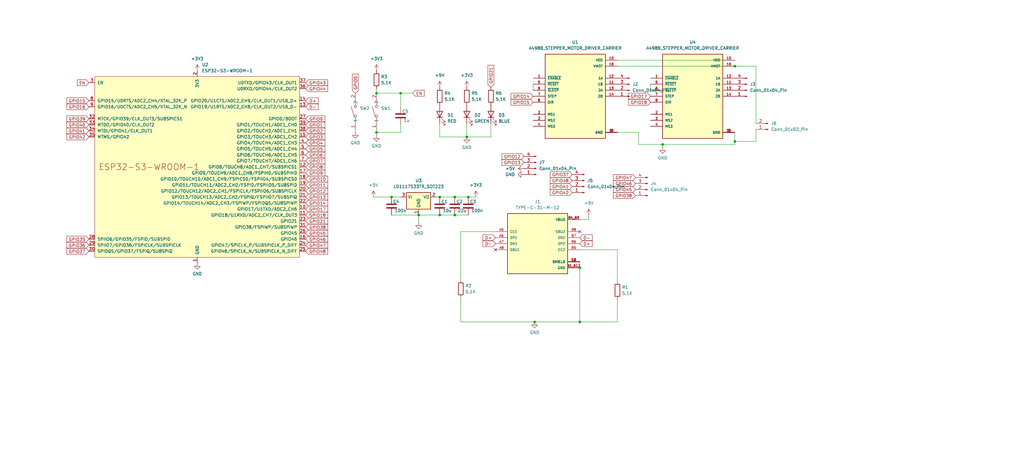
<source format=kicad_sch>
(kicad_sch (version 20250114) (generator "eeschema") (generator_version "9.0")
  (paper "User" 431.8 200)
  (lib_symbols
    (symbol "A4988_STEPPER_MOTOR_DRIVER_CARRIER:A4988_STEPPER_MOTOR_DRIVER_CARRIER" (pin_names (offset 1.016))
      (property "Reference" "U" (at -12.7 19.05 0))
      (property "Value" "A4988_STEPPER_MOTOR_DRIVER_CARRIER" (at -12.7 -21.59 0))
      (symbol "A4988_STEPPER_MOTOR_DRIVER_CARRIER_0_0"
        (rectangle (start -12.7 -17.78) (end 12.7 17.78) (stroke (width 0.254)) (fill (type background)))
        (pin input line (at -17.78 7.62 0) (length 5.08) (name "~{ENABLE}") (number "1"))
        (pin input line (at -17.78 5.08 0) (length 5.08) (name "~{RESET}") (number "5"))
        (pin input line (at -17.78 2.54 0) (length 5.08) (name "~{SLEEP}") (number "6"))
        (pin input line (at -17.78 0 0) (length 5.08) (name "STEP") (number "7"))
        (pin input line (at -17.78 -2.54 0) (length 5.08) (name "DIR") (number "8"))
        (pin input line (at -17.78 -7.62 0) (length 5.08) (name "MS1") (number "2"))
        (pin input line (at -17.78 -10.16 0) (length 5.08) (name "MS2") (number "3"))
        (pin input line (at -17.78 -12.7 0) (length 5.08) (name "MS3") (number "4"))
        (pin power_in line (at 17.78 15.24 180) (length 5.08) (name "VDD") (number "10"))
        (pin power_in line (at 17.78 12.7 180) (length 5.08) (name "VMOT") (number "16"))
        (pin output line (at 17.78 7.62 180) (length 5.08) (name "1A") (number "12"))
        (pin output line (at 17.78 5.08 180) (length 5.08) (name "1B") (number "11"))
        (pin output line (at 17.78 2.54 180) (length 5.08) (name "2A") (number "13"))
        (pin output line (at 17.78 0 180) (length 5.08) (name "2B") (number "14"))
        (pin power_in line (at 17.78 -15.24 180) (length 5.08) (name "GND") (number "15"))
        (pin power_in line (at 17.78 -15.24 180) (length 5.08) (name "GND") (number "9"))
      )
    )
    (symbol "Connector:Conn_01x02_Pin" (pin_names (offset 1.016) (hide yes))
      (property "Reference" "J" (at 0 2.54 0))
      (property "Value" "Conn_01x02_Pin" (at 0 -5.08 0))
      (symbol "Conn_01x02_Pin_1_1"
        (rectangle (start 0.8636 0.127) (end 0 -0.127) (stroke (width 0.1524)) (fill (type outline)))
        (rectangle (start 0.8636 -2.413) (end 0 -2.667) (stroke (width 0.1524)) (fill (type outline)))
        (polyline (pts (xy 1.27 0) (xy 0.8636 0)) (stroke (width 0.1524)))
        (polyline (pts (xy 1.27 -2.54) (xy 0.8636 -2.54)) (stroke (width 0.1524)))
        (pin passive line (at 5.08 0 180) (length 3.81) (name "Pin_1") (number "1"))
        (pin passive line (at 5.08 -2.54 180) (length 3.81) (name "Pin_2") (number "2"))
      )
    )
    (symbol "Connector:Conn_01x04_Pin" (pin_names (offset 1.016) (hide yes))
      (property "Reference" "J" (at 0 5.08 0))
      (property "Value" "Conn_01x04_Pin" (at 0 -7.62 0))
      (symbol "Conn_01x04_Pin_1_1"
        (rectangle (start 0.8636 2.667) (end 0 2.413) (stroke (width 0.1524)) (fill (type outline)))
        (rectangle (start 0.8636 0.127) (end 0 -0.127) (stroke (width 0.1524)) (fill (type outline)))
        (rectangle (start 0.8636 -2.413) (end 0 -2.667) (stroke (width 0.1524)) (fill (type outline)))
        (rectangle (start 0.8636 -4.953) (end 0 -5.207) (stroke (width 0.1524)) (fill (type outline)))
        (polyline (pts (xy 1.27 2.54) (xy 0.8636 2.54)) (stroke (width 0.1524)))
        (polyline (pts (xy 1.27 0) (xy 0.8636 0)) (stroke (width 0.1524)))
        (polyline (pts (xy 1.27 -2.54) (xy 0.8636 -2.54)) (stroke (width 0.1524)))
        (polyline (pts (xy 1.27 -5.08) (xy 0.8636 -5.08)) (stroke (width 0.1524)))
        (pin passive line (at 5.08 2.54 180) (length 3.81) (name "Pin_1") (number "1"))
        (pin passive line (at 5.08 0 180) (length 3.81) (name "Pin_2") (number "2"))
        (pin passive line (at 5.08 -2.54 180) (length 3.81) (name "Pin_3") (number "3"))
        (pin passive line (at 5.08 -5.08 180) (length 3.81) (name "Pin_4") (number "4"))
      )
    )
    (symbol "Device:C" (pin_numbers (hide yes)) (pin_names (offset 0.254))
      (property "Reference" "C" (at 0.635 2.54 0))
      (property "Value" "C" (at 0.635 -2.54 0))
      (symbol "C_0_1"
        (polyline (pts (xy -2.032 0.762) (xy 2.032 0.762)) (stroke (width 0.508)))
        (polyline (pts (xy -2.032 -0.762) (xy 2.032 -0.762)) (stroke (width 0.508)))
      )
      (symbol "C_1_1"
        (pin passive line (at 0 3.81 270) (length 2.794) (name "~") (number "1"))
        (pin passive line (at 0 -3.81 90) (length 2.794) (name "~") (number "2"))
      )
    )
    (symbol "Device:LED" (pin_numbers (hide yes)) (pin_names (offset 1.016) (hide yes))
      (property "Reference" "D" (at 0 2.54 0))
      (property "Value" "LED" (at 0 -2.54 0))
      (symbol "LED_0_1"
        (polyline (pts (xy -3.048 -0.762) (xy -4.572 -2.286) (xy -3.81 -2.286) (xy -4.572 -2.286) (xy -4.572 -1.524)))
        (polyline (pts (xy -1.778 -0.762) (xy -3.302 -2.286) (xy -2.54 -2.286) (xy -3.302 -2.286) (xy -3.302 -1.524)))
        (polyline (pts (xy -1.27 0) (xy 1.27 0)))
        (polyline (pts (xy -1.27 -1.27) (xy -1.27 1.27)) (stroke (width 0.254)))
        (polyline (pts (xy 1.27 -1.27) (xy 1.27 1.27) (xy -1.27 0) (xy 1.27 -1.27)) (stroke (width 0.254)))
      )
      (symbol "LED_1_1"
        (pin passive line (at -3.81 0 0) (length 2.54) (name "K") (number "1"))
        (pin passive line (at 3.81 0 180) (length 2.54) (name "A") (number "2"))
      )
    )
    (symbol "Device:R" (pin_numbers (hide yes)) (pin_names (offset 0))
      (property "Reference" "R" (at 2.032 0 90))
      (property "Value" "R" (at 0 0 90))
      (symbol "R_0_1"
        (rectangle (start -1.016 -2.54) (end 1.016 2.54) (stroke (width 0.254)))
      )
      (symbol "R_1_1"
        (pin passive line (at 0 3.81 270) (length 1.27) (name "~") (number "1"))
        (pin passive line (at 0 -3.81 90) (length 1.27) (name "~") (number "2"))
      )
    )
    (symbol "PCM_Espressif:ESP32-S3-WROOM-1" (pin_names (offset 1.016))
      (property "Reference" "U" (at -43.18 43.18 0))
      (property "Value" "ESP32-S3-WROOM-1" (at -43.18 40.64 0))
      (symbol "ESP32-S3-WROOM-1_0_0"
        (text "ESP32-S3-WROOM-1" (at -20.32 0 0) (effects (font (size 2.54 2.54))))
        (pin input line (at -45.72 35.56 0) (length 2.54) (name "EN") (number "3"))
        (pin bidirectional line (at -45.72 27.94 0) (length 2.54) (name "GPIO15/U0RTS/ADC2_CH4/XTAL_32K_P") (number "8"))
        (pin bidirectional line (at -45.72 25.4 0) (length 2.54) (name "GPIO16/U0CTS/ADC2_CH5/XTAL_32K_N") (number "9"))
        (pin bidirectional line (at -45.72 20.32 0) (length 2.54) (name "MTCK/GPIO39/CLK_OUT3/SUBSPICS1") (number "32"))
        (pin bidirectional line (at -45.72 17.78 0) (length 2.54) (name "MTDO/GPIO40/CLK_OUT2") (number "33"))
        (pin bidirectional line (at -45.72 15.24 0) (length 2.54) (name "MTDI/GPIO41/CLK_OUT1") (number "34"))
        (pin bidirectional line (at -45.72 12.7 0) (length 2.54) (name "MTMS/GPIO42") (number "35"))
        (pin bidirectional line (at -45.72 -30.48 0) (length 2.54) (name "SPIIO6/GPIO35/FSPID/SUBSPID") (number "28"))
        (pin bidirectional line (at -45.72 -33.02 0) (length 2.54) (name "SPIIO7/GPIO36/FSPICLK/SUBSPICLK") (number "29"))
        (pin bidirectional line (at -45.72 -35.56 0) (length 2.54) (name "SPIDQS/GPIO37/FSPIQ/SUBSPIQ") (number "30"))
        (pin power_in line (at 0 40.64 270) (length 2.54) (name "3V3") (number "2"))
        (pin power_in line (at 0 -40.64 90) (length 2.54) (name "GND") (number "1"))
        (pin passive line (at 0 -40.64 90) (length 2.54) (hide yes) (name "GND") (number "40"))
        (pin passive line (at 0 -40.64 90) (length 2.54) (hide yes) (name "GND") (number "41"))
        (pin bidirectional line (at 45.72 35.56 180) (length 2.54) (name "U0TXD/GPIO43/CLK_OUT1") (number "37"))
        (pin bidirectional line (at 45.72 33.02 180) (length 2.54) (name "U0RXD/GPIO44/CLK_OUT2") (number "36"))
        (pin bidirectional line (at 45.72 27.94 180) (length 2.54) (name "GPIO20/U1CTS/ADC2_CH9/CLK_OUT1/USB_D+") (number "14"))
        (pin bidirectional line (at 45.72 25.4 180) (length 2.54) (name "GPIO19/U1RTS/ADC2_CH8/CLK_OUT2/USB_D-") (number "13"))
        (pin bidirectional line (at 45.72 20.32 180) (length 2.54) (name "GPIO0/BOOT") (number "27"))
        (pin bidirectional line (at 45.72 17.78 180) (length 2.54) (name "GPIO1/TOUCH1/ADC1_CH0") (number "39"))
        (pin bidirectional line (at 45.72 15.24 180) (length 2.54) (name "GPIO2/TOUCH2/ADC1_CH1") (number "38"))
        (pin bidirectional line (at 45.72 12.7 180) (length 2.54) (name "GPIO3/TOUCH3/ADC1_CH2") (number "15"))
        (pin bidirectional line (at 45.72 10.16 180) (length 2.54) (name "GPIO4/TOUCH4/ADC1_CH3") (number "4"))
        (pin bidirectional line (at 45.72 7.62 180) (length 2.54) (name "GPIO5/TOUCH5/ADC1_CH4") (number "5"))
        (pin bidirectional line (at 45.72 5.08 180) (length 2.54) (name "GPIO6/TOUCH6/ADC1_CH5") (number "6"))
        (pin bidirectional line (at 45.72 2.54 180) (length 2.54) (name "GPIO7/TOUCH7/ADC1_CH6") (number "7"))
        (pin bidirectional line (at 45.72 0 180) (length 2.54) (name "GPIO8/TOUCH8/ADC1_CH7/SUBSPICS1") (number "12"))
        (pin bidirectional line (at 45.72 -2.54 180) (length 2.54) (name "GPIO9/TOUCH9/ADC1_CH8/FSPIHD/SUBSPIHD") (number "17"))
        (pin bidirectional line (at 45.72 -5.08 180) (length 2.54) (name "GPIO10/TOUCH10/ADC1_CH9/FSPICS0/FSPIIO4/SUBSPICS0") (number "18"))
        (pin bidirectional line (at 45.72 -7.62 180) (length 2.54) (name "GPIO11/TOUCH11/ADC2_CH0/FSPID/FSPIIO5/SUBSPID") (number "19"))
        (pin bidirectional line (at 45.72 -10.16 180) (length 2.54) (name "GPIO12/TOUCH12/ADC2_CH1/FSPICLK/FSPIIO6/SUBSPICLK") (number "20"))
        (pin bidirectional line (at 45.72 -12.7 180) (length 2.54) (name "GPIO13/TOUCH13/ADC2_CH2/FSPIQ/FSPIIO7/SUBSPIQ") (number "21"))
        (pin bidirectional line (at 45.72 -15.24 180) (length 2.54) (name "GPIO14/TOUCH14/ADC2_CH3/FSPIWP/FSPIDQS/SUBSPIWP") (number "22"))
        (pin bidirectional line (at 45.72 -17.78 180) (length 2.54) (name "GPIO17/U1TXD/ADC2_CH6") (number "10"))
        (pin bidirectional line (at 45.72 -20.32 180) (length 2.54) (name "GPIO18/U1RXD/ADC2_CH7/CLK_OUT3") (number "11"))
        (pin bidirectional line (at 45.72 -22.86 180) (length 2.54) (name "GPIO21") (number "23"))
        (pin bidirectional line (at 45.72 -25.4 180) (length 2.54) (name "GPIO38/FSPIWP/SUBSPIWP") (number "31"))
        (pin bidirectional line (at 45.72 -27.94 180) (length 2.54) (name "GPIO45") (number "26"))
        (pin bidirectional line (at 45.72 -30.48 180) (length 2.54) (name "GPIO46") (number "16"))
        (pin bidirectional line (at 45.72 -33.02 180) (length 2.54) (name "GPIO47/SPICLK_P/SUBSPICLK_P_DIFF") (number "24"))
        (pin bidirectional line (at 45.72 -35.56 180) (length 2.54) (name "GPIO48/SPICLK_N/SUBSPICLK_N_DIFF") (number "25"))
      )
      (symbol "ESP32-S3-WROOM-1_0_1"
        (rectangle (start -43.18 38.1) (end 43.18 -38.1) (fill (type background)))
      )
    )
    (symbol "Regulator_Linear:LD1117S33TR_SOT223"
      (property "Reference" "U" (at -3.81 3.175 0))
      (property "Value" "LD1117S33TR_SOT223" (at 0 3.175 0))
      (symbol "LD1117S33TR_SOT223_0_1"
        (rectangle (start -5.08 -5.08) (end 5.08 1.905) (stroke (width 0.254)) (fill (type background)))
      )
      (symbol "LD1117S33TR_SOT223_1_1"
        (pin power_in line (at -7.62 0 0) (length 2.54) (name "VI") (number "3"))
        (pin power_in line (at 0 -7.62 90) (length 2.54) (name "GND") (number "1"))
        (pin power_out line (at 7.62 0 180) (length 2.54) (name "VO") (number "2"))
      )
    )
    (symbol "TYPE-C-31-M-12:TYPE-C-31-M-12" (pin_names (offset 1.016))
      (property "Reference" "J" (at -12.7 13.462 0))
      (property "Value" "TYPE-C-31-M-12" (at -12.7 -13.462 0))
      (symbol "TYPE-C-31-M-12_0_0"
        (rectangle (start -12.7 -12.7) (end 12.7 12.7) (stroke (width 0.254)) (fill (type background)))
        (pin bidirectional line (at -17.78 5.08 0) (length 5.08) (name "CC1") (number "A5"))
        (pin bidirectional line (at -17.78 2.54 0) (length 5.08) (name "DP1") (number "A6"))
        (pin bidirectional line (at -17.78 0 0) (length 5.08) (name "DN1") (number "A7"))
        (pin bidirectional line (at -17.78 -2.54 0) (length 5.08) (name "SBU1") (number "A8"))
        (pin power_in line (at 17.78 10.16 180) (length 5.08) (name "VBUS") (number "A4_B9"))
        (pin power_in line (at 17.78 10.16 180) (length 5.08) (name "VBUS") (number "B4_A9"))
        (pin bidirectional line (at 17.78 5.08 180) (length 5.08) (name "SBU2") (number "B8"))
        (pin bidirectional line (at 17.78 2.54 180) (length 5.08) (name "DN2") (number "B7"))
        (pin bidirectional line (at 17.78 0 180) (length 5.08) (name "DP2") (number "B6"))
        (pin bidirectional line (at 17.78 -2.54 180) (length 5.08) (name "CC2") (number "B5"))
        (pin passive line (at 17.78 -7.62 180) (length 5.08) (name "SHIELD") (number "S1"))
        (pin passive line (at 17.78 -7.62 180) (length 5.08) (name "SHIELD") (number "S2"))
        (pin passive line (at 17.78 -7.62 180) (length 5.08) (name "SHIELD") (number "S3"))
        (pin passive line (at 17.78 -7.62 180) (length 5.08) (name "SHIELD") (number "S4"))
        (pin power_in line (at 17.78 -10.16 180) (length 5.08) (name "GND") (number "A1_B12"))
        (pin power_in line (at 17.78 -10.16 180) (length 5.08) (name "GND") (number "B1_A12"))
      )
    )
    (symbol "easyeda2kicad:TS-1088-AR02016"
      (property "Reference" "SW" (at 0 5.08 0))
      (property "Value" "TS-1088-AR02016" (at 0 -5.08 0))
      (symbol "TS-1088-AR02016_0_1"
        (polyline (pts (xy -5.08 0) (xy -2.54 0)))
        (polyline (pts (xy -2.29 0.51) (xy 2.03 1.78)))
        (circle (center -2.03 0) (radius 0.51))
        (circle (center 2.03 0) (radius 0.51))
        (polyline (pts (xy 5.08 0) (xy 2.54 0)))
        (pin unspecified line (at -7.62 0 0) (length 2.54) (name "1") (number "1"))
        (pin unspecified line (at 7.62 0 180) (length 2.54) (name "2") (number "2"))
      )
    )
    (symbol "power:+3V3" (power) (pin_numbers (hide yes)) (pin_names (offset 0) (hide yes))
      (property "Value" "+3V3" (at 0 3.556 0))
      (symbol "+3V3_0_1"
        (polyline (pts (xy -0.762 1.27) (xy 0 2.54)))
        (polyline (pts (xy 0 2.54) (xy 0.762 1.27)))
        (polyline (pts (xy 0 0) (xy 0 2.54)))
      )
      (symbol "+3V3_1_1"
        (pin power_in line (at 0 0 90) (length 0) (name "~") (number "1"))
      )
    )
    (symbol "power:+5V" (power) (pin_numbers (hide yes)) (pin_names (offset 0) (hide yes))
      (property "Value" "+5V" (at 0 3.556 0))
      (symbol "+5V_0_1"
        (polyline (pts (xy -0.762 1.27) (xy 0 2.54)))
        (polyline (pts (xy 0 2.54) (xy 0.762 1.27)))
        (polyline (pts (xy 0 0) (xy 0 2.54)))
      )
      (symbol "+5V_1_1"
        (pin power_in line (at 0 0 90) (length 0) (name "~") (number "1"))
      )
    )
    (symbol "power:GND" (power) (pin_numbers (hide yes)) (pin_names (offset 0) (hide yes))
      (property "Value" "GND" (at 0 -3.81 0))
      (symbol "GND_0_1"
        (polyline (pts (xy 0 0) (xy 0 -1.27) (xy 1.27 -1.27) (xy 0 -2.54) (xy -1.27 -1.27) (xy 0 -1.27)))
      )
      (symbol "GND_1_1"
        (pin power_in line (at 0 0 270) (length 0) (name "~") (number "1"))
      )
    )
  )
  (junction (at 309.88 27.94))
  (junction (at 309.88 59.69))
  (junction (at 196.85 57.785))
  (junction (at 185.42 90.805))
  (junction (at 165.1 83.185))
  (junction (at 225.425 135.89))
  (junction (at 158.75 39.37))
  (junction (at 176.53 90.805))
  (junction (at 279.4 60.96))
  (junction (at 191.77 90.805))
  (junction (at 168.91 39.37))
  (junction (at 244.475 135.89))
  (junction (at 191.77 83.185))
  (junction (at 197.485 83.185))
  (junction (at 158.75 55.88))
  (junction (at 185.42 83.185))
  (junction (at 244.475 113.03))
  (no_connect (at 208.915 105.41))
  (no_connect (at 244.475 97.79))
  (wire (pts (xy 194.31 135.89) (xy 225.425 135.89)))
  (wire (pts (xy 269.24 55.88) (xy 269.24 60.96)))
  (wire (pts (xy 318.77 59.69) (xy 318.77 54.61)))
  (wire (pts (xy 196.85 57.785) (xy 207.01 57.785)))
  (wire (pts (xy 185.42 52.07) (xy 185.42 57.785)))
  (wire (pts (xy 225.425 135.89) (xy 244.475 135.89)))
  (wire (pts (xy 194.31 125.73) (xy 194.31 135.89)))
  (wire (pts (xy 158.75 55.88) (xy 168.91 55.88)))
  (wire (pts (xy 176.53 90.805) (xy 185.42 90.805)))
  (wire (pts (xy 168.91 39.37) (xy 173.99 39.37)))
  (wire (pts (xy 244.475 135.89) (xy 260.35 135.89)))
  (wire (pts (xy 185.42 90.805) (xy 191.77 90.805)))
  (wire (pts (xy 176.53 93.98) (xy 176.53 90.805)))
  (wire (pts (xy 244.475 110.49) (xy 244.475 113.03)))
  (wire (pts (xy 165.1 90.805) (xy 176.53 90.805)))
  (wire (pts (xy 318.77 27.94) (xy 318.77 52.07)))
  (wire (pts (xy 157.48 83.185) (xy 165.1 83.185)))
  (wire (pts (xy 244.475 105.41) (xy 260.35 105.41)))
  (wire (pts (xy 244.475 113.03) (xy 244.475 135.89)))
  (wire (pts (xy 165.1 83.185) (xy 168.91 83.185)))
  (wire (pts (xy 260.35 25.4) (xy 309.88 25.4)))
  (wire (pts (xy 309.88 55.88) (xy 309.88 59.69)))
  (wire (pts (xy 279.4 60.96) (xy 309.88 60.96)))
  (wire (pts (xy 168.91 39.37) (xy 168.91 45.085)))
  (wire (pts (xy 196.85 52.07) (xy 196.85 57.785)))
  (wire (pts (xy 309.88 59.69) (xy 318.77 59.69)))
  (wire (pts (xy 184.15 83.185) (xy 185.42 83.185)))
  (wire (pts (xy 194.31 97.79) (xy 194.31 118.11)))
  (wire (pts (xy 260.35 27.94) (xy 309.88 27.94)))
  (wire (pts (xy 158.75 54.61) (xy 158.75 55.88)))
  (wire (pts (xy 185.42 57.785) (xy 196.85 57.785)))
  (wire (pts (xy 260.35 126.365) (xy 260.35 135.89)))
  (wire (pts (xy 309.88 27.94) (xy 318.77 27.94)))
  (wire (pts (xy 168.91 52.705) (xy 168.91 55.88)))
  (wire (pts (xy 197.485 83.185) (xy 200.66 83.185)))
  (wire (pts (xy 260.35 105.41) (xy 260.35 118.745)))
  (wire (pts (xy 244.475 92.71) (xy 248.285 92.71)))
  (wire (pts (xy 207.01 52.07) (xy 207.01 57.785)))
  (wire (pts (xy 191.77 83.185) (xy 197.485 83.185)))
  (wire (pts (xy 158.75 37.465) (xy 158.75 39.37)))
  (wire (pts (xy 194.31 97.79) (xy 208.915 97.79)))
  (wire (pts (xy 260.35 55.88) (xy 269.24 55.88)))
  (wire (pts (xy 274.32 35.56) (xy 274.32 38.1)))
  (wire (pts (xy 309.88 59.69) (xy 309.88 60.96)))
  (wire (pts (xy 185.42 83.185) (xy 191.77 83.185)))
  (wire (pts (xy 191.77 90.805) (xy 197.485 90.805)))
  (wire (pts (xy 158.75 55.88) (xy 158.75 57.15)))
  (wire (pts (xy 149.86 55.88) (xy 149.86 54.61)))
  (wire (pts (xy 158.75 39.37) (xy 168.91 39.37)))
  (wire (pts (xy 279.4 60.96) (xy 279.4 62.23)))
  (wire (pts (xy 248.285 90.805) (xy 248.285 92.71)))
  (wire (pts (xy 224.79 35.56) (xy 224.79 38.1)))
  (wire (pts (xy 269.24 60.96) (xy 279.4 60.96)))
  (global_label "GPIO39" (shape input) (at 37.465 50.165 180) (property "Intersheetrefs" "${INTERSHEET_REFS}" (effects (hide yes))))
  (global_label "GPIO41" (shape input) (at 241.3 78.74 180) (property "Intersheetrefs" "${INTERSHEET_REFS}" (effects (hide yes))))
  (global_label "GPIO1" (shape input) (at 128.905 52.705 0) (property "Intersheetrefs" "${INTERSHEET_REFS}" (effects (hide yes))))
  (global_label "GPIO41" (shape input) (at 37.465 55.245 180) (property "Intersheetrefs" "${INTERSHEET_REFS}" (effects (hide yes))))
  (global_label "GPIO21" (shape input) (at 128.905 93.345 0) (property "Intersheetrefs" "${INTERSHEET_REFS}" (effects (hide yes))))
  (global_label "GPIO2" (shape input) (at 128.905 55.245 0) (property "Intersheetrefs" "${INTERSHEET_REFS}" (effects (hide yes))))
  (global_label "GPIO40" (shape input) (at 37.465 52.705 180) (property "Intersheetrefs" "${INTERSHEET_REFS}" (effects (hide yes))))
  (global_label "GPIO4" (shape input) (at 128.905 60.325 0) (property "Intersheetrefs" "${INTERSHEET_REFS}" (effects (hide yes))))
  (global_label "GPIO6" (shape input) (at 128.905 65.405 0) (property "Intersheetrefs" "${INTERSHEET_REFS}" (effects (hide yes))))
  (global_label "GPIO14" (shape input) (at 128.905 85.725 0) (property "Intersheetrefs" "${INTERSHEET_REFS}" (effects (hide yes))))
  (global_label "GPIO7" (shape input) (at 128.905 67.945 0) (property "Intersheetrefs" "${INTERSHEET_REFS}" (effects (hide yes))))
  (global_label "GPIO15" (shape input) (at 224.79 43.18 180) (property "Intersheetrefs" "${INTERSHEET_REFS}" (effects (hide yes))))
  (global_label "GPIO45" (shape input) (at 128.905 98.425 0) (property "Intersheetrefs" "${INTERSHEET_REFS}" (effects (hide yes))))
  (global_label "GPIO13" (shape input) (at 128.905 83.185 0) (property "Intersheetrefs" "${INTERSHEET_REFS}" (effects (hide yes))))
  (global_label "GPIO10" (shape input) (at 128.905 75.565 0) (property "Intersheetrefs" "${INTERSHEET_REFS}" (effects (hide yes))))
  (global_label "GPIO43" (shape input) (at 128.905 34.925 0) (property "Intersheetrefs" "${INTERSHEET_REFS}" (effects (hide yes))))
  (global_label "GPIO46" (shape input) (at 128.905 100.965 0) (property "Intersheetrefs" "${INTERSHEET_REFS}" (effects (hide yes))))
  (global_label "D-" (shape input) (at 244.475 100.33 0) (property "Intersheetrefs" "${INTERSHEET_REFS}" (effects (hide yes))))
  (global_label "EN" (shape input) (at 37.465 34.925 180) (property "Intersheetrefs" "${INTERSHEET_REFS}" (effects (hide yes))))
  (global_label "GPIO17" (shape input) (at 274.32 40.64 180) (property "Intersheetrefs" "${INTERSHEET_REFS}" (effects (hide yes))))
  (global_label "GPIO12" (shape input) (at 220.98 66.04 180) (property "Intersheetrefs" "${INTERSHEET_REFS}" (effects (hide yes))))
  (global_label "GPIO5" (shape input) (at 128.905 62.865 0) (property "Intersheetrefs" "${INTERSHEET_REFS}" (effects (hide yes))))
  (global_label "GPIO42" (shape input) (at 37.465 57.785 180) (property "Intersheetrefs" "${INTERSHEET_REFS}" (effects (hide yes))))
  (global_label "GPIO48" (shape input) (at 128.905 106.045 0) (property "Intersheetrefs" "${INTERSHEET_REFS}" (effects (hide yes))))
  (global_label "GPIO45" (shape input) (at 267.97 80.01 180) (property "Intersheetrefs" "${INTERSHEET_REFS}" (effects (hide yes))))
  (global_label "GPIO15" (shape input) (at 37.465 42.545 180) (property "Intersheetrefs" "${INTERSHEET_REFS}" (effects (hide yes))))
  (global_label "GPIO12" (shape input) (at 128.905 80.645 0) (property "Intersheetrefs" "${INTERSHEET_REFS}" (effects (hide yes))))
  (global_label "GPIO37" (shape input) (at 37.465 106.045 180) (property "Intersheetrefs" "${INTERSHEET_REFS}" (effects (hide yes))))
  (global_label "EN" (shape input) (at 173.99 39.37 0) (property "Intersheetrefs" "${INTERSHEET_REFS}" (effects (hide yes))))
  (global_label "GPIO9" (shape input) (at 128.905 73.025 0) (property "Intersheetrefs" "${INTERSHEET_REFS}" (effects (hide yes))))
  (global_label "D+" (shape input) (at 128.905 42.545 0) (property "Intersheetrefs" "${INTERSHEET_REFS}" (effects (hide yes))))
  (global_label "D+" (shape input) (at 244.475 102.87 0) (property "Intersheetrefs" "${INTERSHEET_REFS}" (effects (hide yes))))
  (global_label "GPIO14" (shape input) (at 224.79 40.64 180) (property "Intersheetrefs" "${INTERSHEET_REFS}" (effects (hide yes))))
  (global_label "GPIO18" (shape input) (at 128.905 90.805 0) (property "Intersheetrefs" "${INTERSHEET_REFS}" (effects (hide yes))))
  (global_label "GPIO35" (shape input) (at 37.465 100.965 180) (property "Intersheetrefs" "${INTERSHEET_REFS}" (effects (hide yes))))
  (global_label "GPIO48" (shape input) (at 241.3 76.2 180) (property "Intersheetrefs" "${INTERSHEET_REFS}" (effects (hide yes))))
  (global_label "GPIO21" (shape input) (at 207.01 36.83 90) (property "Intersheetrefs" "${INTERSHEET_REFS}" (effects (hide yes))))
  (global_label "GPIO42" (shape input) (at 241.3 81.28 180) (property "Intersheetrefs" "${INTERSHEET_REFS}" (effects (hide yes))))
  (global_label "GPIO17" (shape input) (at 128.905 88.265 0) (property "Intersheetrefs" "${INTERSHEET_REFS}" (effects (hide yes))))
  (global_label "GPIO16" (shape input) (at 37.465 45.085 180) (property "Intersheetrefs" "${INTERSHEET_REFS}" (effects (hide yes))))
  (global_label "D-" (shape input) (at 128.905 45.085 0) (property "Intersheetrefs" "${INTERSHEET_REFS}" (effects (hide yes))))
  (global_label "GPIO3" (shape input) (at 128.905 57.785 0) (property "Intersheetrefs" "${INTERSHEET_REFS}" (effects (hide yes))))
  (global_label "GPIO37" (shape input) (at 241.3 73.66 180) (property "Intersheetrefs" "${INTERSHEET_REFS}" (effects (hide yes))))
  (global_label "D+" (shape input) (at 208.915 100.33 180) (property "Intersheetrefs" "${INTERSHEET_REFS}" (effects (hide yes))))
  (global_label "GPIO0" (shape input) (at 128.905 50.165 0) (property "Intersheetrefs" "${INTERSHEET_REFS}" (effects (hide yes))))
  (global_label "GPIO18" (shape input) (at 274.32 43.18 180) (property "Intersheetrefs" "${INTERSHEET_REFS}" (effects (hide yes))))
  (global_label "GPIO8" (shape input) (at 128.905 70.485 0) (property "Intersheetrefs" "${INTERSHEET_REFS}" (effects (hide yes))))
  (global_label "GPIO38" (shape input) (at 267.97 82.55 180) (property "Intersheetrefs" "${INTERSHEET_REFS}" (effects (hide yes))))
  (global_label "GPIO38" (shape input) (at 128.905 95.885 0) (property "Intersheetrefs" "${INTERSHEET_REFS}" (effects (hide yes))))
  (global_label "GPIO11" (shape input) (at 128.905 78.105 0) (property "Intersheetrefs" "${INTERSHEET_REFS}" (effects (hide yes))))
  (global_label "GPIO47" (shape input) (at 128.905 103.505 0) (property "Intersheetrefs" "${INTERSHEET_REFS}" (effects (hide yes))))
  (global_label "GPIO0" (shape input) (at 149.86 39.37 90) (property "Intersheetrefs" "${INTERSHEET_REFS}" (effects (hide yes))))
  (global_label "GPIO46" (shape input) (at 267.97 77.47 180) (property "Intersheetrefs" "${INTERSHEET_REFS}" (effects (hide yes))))
  (global_label "GPIO36" (shape input) (at 37.465 103.505 180) (property "Intersheetrefs" "${INTERSHEET_REFS}" (effects (hide yes))))
  (global_label "D-" (shape input) (at 208.915 102.87 180) (property "Intersheetrefs" "${INTERSHEET_REFS}" (effects (hide yes))))
  (global_label "GPIO44" (shape input) (at 128.905 37.465 0) (property "Intersheetrefs" "${INTERSHEET_REFS}" (effects (hide yes))))
  (global_label "GPIO47" (shape input) (at 267.97 74.93 180) (property "Intersheetrefs" "${INTERSHEET_REFS}" (effects (hide yes))))
  (global_label "GPIO13" (shape input) (at 220.98 68.58 180) (property "Intersheetrefs" "${INTERSHEET_REFS}" (effects (hide yes))))
  (symbol (lib_id "Device:R") (at 185.42 40.64 0) (unit 1)
    (property "Reference" "R4" (at 187.325 39.3699 0) (effects (justify left)))
    (property "Value" "5.1K" (at 187.325 41.9099 0) (effects (justify left)))
    (property "Footprint" "Resistor_SMD:R_0603_1608Metric" (effects (hide yes)))
    (property "Description" "Resistor" (effects (hide yes)))
  )
  (symbol (lib_id "Device:R") (at 196.85 40.64 0) (unit 1)
    (property "Reference" "R5" (at 198.755 39.3699 0) (effects (justify left)))
    (property "Value" "5.1K" (at 198.755 41.9099 0) (effects (justify left)))
    (property "Footprint" "Resistor_SMD:R_0603_1608Metric" (effects (hide yes)))
    (property "Description" "Resistor" (effects (hide yes)))
  )
  (symbol (lib_id "Connector:Conn_01x02_Pin") (at 323.85 54.61 180) (unit 1)
    (property "Reference" "J6" (at 325.12 52.0699 0) (effects (justify right)))
    (property "Value" "Conn_01x02_Pin" (at 325.12 54.6099 0) (effects (justify right)))
    (property "Footprint" "Connector_PinSocket_2.54mm:PinSocket_1x02_P2.54mm_Vertical" (effects (hide yes)))
    (property "Description" "Generic connector, single row, 01x02, script generated" (effects (hide yes)))
  )
  (symbol (lib_id "power:+3V3") (at 83.185 29.845 0) (unit 1)
    (property "Reference" "#PWR05" (effects (hide yes)))
    (property "Value" "+3V3" (at 83.185 24.765 0))
    (property "Description" "Power symbol creates a global label with name \"+3V3\"" (effects (hide yes)))
  )
  (symbol (lib_id "Device:LED") (at 196.85 48.26 90) (unit 1)
    (property "Reference" "D2" (at 200.025 48.5774 90) (effects (justify right)))
    (property "Value" "GREEN" (at 200.025 51.1174 90) (effects (justify right)))
    (property "Footprint" "LED_SMD:LED_0603_1608Metric" (effects (hide yes)))
    (property "Description" "Light emitting diode" (effects (hide yes)))
    (property "Sim.Pins" "1=K 2=A" (effects (hide yes)))
  )
  (symbol (lib_id "Device:C") (at 185.42 86.995 0) (unit 1)
    (property "Reference" "C1" (at 186.055 85.09 0) (effects (justify left)))
    (property "Value" "10u" (at 186.69 88.9 0) (effects (justify left)))
    (property "Footprint" "Capacitor_SMD:C_0603_1608Metric" (effects (hide yes)))
    (property "Description" "Unpolarized capacitor" (effects (hide yes)))
  )
  (symbol (lib_id "Connector:Conn_01x04_Pin") (at 273.05 80.01 180) (unit 1)
    (property "Reference" "J4" (at 274.32 77.4699 0) (effects (justify right)))
    (property "Value" "Conn_01x04_Pin" (at 274.32 80.0099 0) (effects (justify right)))
    (property "Footprint" "Connector_PinSocket_2.54mm:PinSocket_1x04_P2.54mm_Vertical" (effects (hide yes)))
    (property "Description" "Generic connector, single row, 01x04, script generated" (effects (hide yes)))
  )
  (symbol (lib_id "Device:C") (at 197.485 86.995 0) (unit 1)
    (property "Reference" "C3" (at 198.12 85.09 0) (effects (justify left)))
    (property "Value" "100n" (at 198.755 88.9 0) (effects (justify left)))
    (property "Footprint" "Capacitor_SMD:C_0603_1608Metric" (effects (hide yes)))
    (property "Description" "Unpolarized capacitor" (effects (hide yes)))
  )
  (symbol (lib_id "power:GND") (at 176.53 93.98 0) (unit 1)
    (property "Reference" "#PWR08" (effects (hide yes)))
    (property "Value" "GND" (at 176.53 98.425 0))
    (property "Description" "Power symbol creates a global label with name \"GND\" , ground" (effects (hide yes)))
  )
  (symbol (lib_id "power:+5V") (at 157.48 83.185 0) (unit 1)
    (property "Reference" "#PWR07" (effects (hide yes)))
    (property "Value" "+5V" (at 157.48 78.105 0))
    (property "Description" "Power symbol creates a global label with name \"+5V\"" (effects (hide yes)))
  )
  (symbol (lib_id "power:+5V") (at 248.285 90.805 0) (unit 1)
    (property "Reference" "#PWR013" (effects (hide yes)))
    (property "Value" "+5V" (at 248.285 85.725 0))
    (property "Description" "Power symbol creates a global label with name \"+5V\"" (effects (hide yes)))
  )
  (symbol (lib_id "A4988_STEPPER_MOTOR_DRIVER_CARRIER:A4988_STEPPER_MOTOR_DRIVER_CARRIER") (at 242.57 40.64 0) (unit 1)
    (property "Reference" "U1" (at 242.57 17.78 0))
    (property "Value" "A4988_STEPPER_MOTOR_DRIVER_CARRIER" (at 242.57 20.32 0))
    (property "Footprint" "A4988_STEPPER_MOTOR_DRIVER_CARRIER:MODULE_A4988_STEPPER_MOTOR_DRIVER_CARRIER" (effects (hide yes)))
    (property "MF" "Pololu" (effects (hide yes)))
    (property "DESCRIPTION" "Stepper motor controler; IC: A4988; 1A; Uin mot: 8÷35V" (effects (hide yes)))
    (property "PACKAGE" "None" (effects (hide yes)))
    (property "PRICE" "None" (effects (hide yes)))
    (property "MP" "A4988 STEPPER MOTOR DRIVER CARRIER" (effects (hide yes)))
    (property "AVAILABILITY" "Unavailable" (effects (hide yes)))
  )
  (symbol (lib_id "power:+5V") (at 185.42 36.83 0) (unit 1)
    (property "Reference" "#PWR015" (effects (hide yes)))
    (property "Value" "+5V" (at 185.42 31.75 0))
    (property "Description" "Power symbol creates a global label with name \"+5V\"" (effects (hide yes)))
  )
  (symbol (lib_id "power:GND") (at 149.86 55.88 0) (unit 1)
    (property "Reference" "#PWR09" (effects (hide yes)))
    (property "Value" "GND" (at 149.86 60.325 0))
    (property "Description" "Power symbol creates a global label with name \"GND\" , ground" (effects (hide yes)))
  )
  (symbol (lib_id "Device:R") (at 260.35 122.555 0) (unit 1)
    (property "Reference" "R1" (at 262.255 121.2849 0) (effects (justify left)))
    (property "Value" "5.1K" (at 262.255 123.8249 0) (effects (justify left)))
    (property "Footprint" "Resistor_SMD:R_0603_1608Metric" (effects (hide yes)))
    (property "Description" "Resistor" (effects (hide yes)))
  )
  (symbol (lib_id "Connector:Conn_01x04_Pin") (at 246.38 78.74 180) (unit 1)
    (property "Reference" "J5" (at 247.65 76.1999 0) (effects (justify right)))
    (property "Value" "Conn_01x04_Pin" (at 247.65 78.7399 0) (effects (justify right)))
    (property "Footprint" "Connector_PinSocket_2.54mm:PinSocket_1x04_P2.54mm_Vertical" (effects (hide yes)))
    (property "Description" "Generic connector, single row, 01x04, script generated" (effects (hide yes)))
  )
  (symbol (lib_id "Device:LED") (at 207.01 48.26 90) (unit 1)
    (property "Reference" "D3" (at 210.185 48.5774 90) (effects (justify right)))
    (property "Value" "BLUE" (at 210.185 51.1174 90) (effects (justify right)))
    (property "Footprint" "LED_SMD:LED_0603_1608Metric" (effects (hide yes)))
    (property "Description" "Light emitting diode" (effects (hide yes)))
    (property "Sim.Pins" "1=K 2=A" (effects (hide yes)))
  )
  (symbol (lib_id "Device:R") (at 207.01 40.64 0) (unit 1)
    (property "Reference" "R6" (at 208.915 39.3699 0) (effects (justify left)))
    (property "Value" "5.1K" (at 208.915 41.9099 0) (effects (justify left)))
    (property "Footprint" "Resistor_SMD:R_0603_1608Metric" (effects (hide yes)))
    (property "Description" "Resistor" (effects (hide yes)))
  )
  (symbol (lib_id "power:GND") (at 225.425 135.89 0) (unit 1)
    (property "Reference" "#PWR012" (effects (hide yes)))
    (property "Value" "GND" (at 225.425 140.335 0))
    (property "Description" "Power symbol creates a global label with name \"GND\" , ground" (effects (hide yes)))
  )
  (symbol (lib_id "power:GND") (at 279.4 62.23 0) (unit 1)
    (property "Reference" "#PWR017" (effects (hide yes)))
    (property "Value" "GND" (at 279.4 66.675 0))
    (property "Description" "Power symbol creates a global label with name \"GND\" , ground" (effects (hide yes)))
  )
  (symbol (lib_id "Device:R") (at 158.75 33.655 0) (unit 1)
    (property "Reference" "R3" (at 160.655 32.3849 0) (effects (justify left)))
    (property "Value" "5.1K" (at 160.655 34.9249 0) (effects (justify left)))
    (property "Footprint" "Resistor_SMD:R_0603_1608Metric" (effects (hide yes)))
    (property "Description" "Resistor" (effects (hide yes)))
  )
  (symbol (lib_id "power:GND") (at 158.75 57.15 0) (unit 1)
    (property "Reference" "#PWR010" (effects (hide yes)))
    (property "Value" "GND" (at 158.75 61.595 0))
    (property "Description" "Power symbol creates a global label with name \"GND\" , ground" (effects (hide yes)))
  )
  (symbol (lib_id "Device:R") (at 194.31 121.92 0) (unit 1)
    (property "Reference" "R2" (at 196.215 120.6499 0) (effects (justify left)))
    (property "Value" "5.1K" (at 196.215 123.1899 0) (effects (justify left)))
    (property "Footprint" "Resistor_SMD:R_0603_1608Metric" (effects (hide yes)))
    (property "Description" "Resistor" (effects (hide yes)))
  )
  (symbol (lib_id "Device:C") (at 168.91 48.895 0) (unit 1)
    (property "Reference" "C5" (at 169.545 46.99 0) (effects (justify left)))
    (property "Value" "1u" (at 170.18 50.8 0) (effects (justify left)))
    (property "Footprint" "Capacitor_SMD:C_0603_1608Metric" (effects (hide yes)))
    (property "Description" "Unpolarized capacitor" (effects (hide yes)))
  )
  (symbol (lib_id "Connector:Conn_01x04_Pin") (at 226.06 71.12 180) (unit 1)
    (property "Reference" "J7" (at 227.33 68.5799 0) (effects (justify right)))
    (property "Value" "Conn_01x04_Pin" (at 227.33 71.1199 0) (effects (justify right)))
    (property "Footprint" "Connector_PinSocket_2.54mm:PinSocket_1x04_P2.54mm_Vertical" (effects (hide yes)))
    (property "Description" "Generic connector, single row, 01x04, script generated" (effects (hide yes)))
  )
  (symbol (lib_id "power:GND") (at 83.185 111.125 0) (unit 1)
    (property "Reference" "#PWR02" (effects (hide yes)))
    (property "Value" "GND" (at 83.185 115.57 0))
    (property "Description" "Power symbol creates a global label with name \"GND\" , ground" (effects (hide yes)))
  )
  (symbol (lib_id "power:GND") (at 196.85 57.785 0) (unit 1)
    (property "Reference" "#PWR014" (effects (hide yes)))
    (property "Value" "GND" (at 196.85 62.23 0))
    (property "Description" "Power symbol creates a global label with name \"GND\" , ground" (effects (hide yes)))
  )
  (symbol (lib_id "power:GND") (at 220.98 73.66 270) (unit 1)
    (property "Reference" "#PWR03" (effects (hide yes)))
    (property "Value" "GND" (at 217.17 73.6599 90) (effects (justify right)))
    (property "Description" "Power symbol creates a global label with name \"GND\" , ground" (effects (hide yes)))
  )
  (symbol (lib_id "Connector:Conn_01x04_Pin") (at 314.96 38.1 180) (unit 1)
    (property "Reference" "J3" (at 316.23 35.5599 0) (effects (justify right)))
    (property "Value" "Conn_01x04_Pin" (at 316.23 38.0999 0) (effects (justify right)))
    (property "Footprint" "Connector_PinSocket_2.54mm:PinSocket_1x04_P2.54mm_Vertical" (effects (hide yes)))
    (property "Description" "Generic connector, single row, 01x04, script generated" (effects (hide yes)))
  )
  (symbol (lib_id "A4988_STEPPER_MOTOR_DRIVER_CARRIER:A4988_STEPPER_MOTOR_DRIVER_CARRIER") (at 292.1 40.64 0) (unit 1)
    (property "Reference" "U4" (at 292.1 17.78 0))
    (property "Value" "A4988_STEPPER_MOTOR_DRIVER_CARRIER" (at 292.1 20.32 0))
    (property "Footprint" "A4988_STEPPER_MOTOR_DRIVER_CARRIER:MODULE_A4988_STEPPER_MOTOR_DRIVER_CARRIER" (effects (hide yes)))
    (property "MF" "Pololu" (effects (hide yes)))
    (property "DESCRIPTION" "Stepper motor controler; IC: A4988; 1A; Uin mot: 8÷35V" (effects (hide yes)))
    (property "PACKAGE" "None" (effects (hide yes)))
    (property "PRICE" "None" (effects (hide yes)))
    (property "MP" "A4988 STEPPER MOTOR DRIVER CARRIER" (effects (hide yes)))
    (property "AVAILABILITY" "Unavailable" (effects (hide yes)))
  )
  (symbol (lib_id "PCM_Espressif:ESP32-S3-WROOM-1") (at 83.185 70.485 0) (unit 1)
    (property "Reference" "U2" (at 85.1409 27.305 0) (effects (justify left)))
    (property "Value" "ESP32-S3-WROOM-1" (at 85.1409 29.845 0) (effects (justify left)))
    (property "Footprint" "PCM_Espressif:ESP32-S3-WROOM-1" (effects (hide yes)))
    (property "Datasheet" "https://www.espressif.com/sites/default/files/documentation/esp32-s3-wroom-1_wroom-1u_datasheet_en.pdf" (effects (hide yes)))
    (property "MF" "Espressif Systems" (effects (hide yes)))
    (property "MP" "ESP32-S3-WROOM-1U-N8R8" (effects (hide yes)))
  )
  (symbol (lib_id "TYPE-C-31-M-12:TYPE-C-31-M-12") (at 226.695 102.87 0) (unit 1)
    (property "Reference" "J1" (at 226.695 85.09 0))
    (property "Value" "TYPE-C-31-M-12" (at 226.695 87.63 0))
    (property "Footprint" "TYPE-C-31-M-12:HRO_TYPE-C-31-M-12" (effects (hide yes)))
    (property "PARTREV" "2020.12.08" (effects (hide yes)))
    (property "MANUFACTURER" "HRO Electronics Co., Ltd." (effects (hide yes)))
    (property "SNAPEDA_PN" "TYPE-C-31-M-12" (effects (hide yes)))
    (property "MAXIMUM_PACKAGE_HEIGHT" "3.26 mm" (effects (hide yes)))
    (property "STANDARD" "Manufacturer Recommendations" (effects (hide yes)))
    (property "MF" "韩国韩荣" (effects (hide yes)))
    (property "MP" "TYPE-C-31-M-12" (effects (hide yes)))
  )
  (symbol (lib_id "Device:C") (at 191.77 86.995 0) (unit 1)
    (property "Reference" "C2" (at 192.405 85.09 0) (effects (justify left)))
    (property "Value" "22u" (at 193.04 88.9 0) (effects (justify left)))
    (property "Footprint" "Capacitor_SMD:C_0603_1608Metric" (effects (hide yes)))
    (property "Description" "Unpolarized capacitor" (effects (hide yes)))
  )
  (symbol (lib_id "Regulator_Linear:LD1117S33TR_SOT223") (at 176.53 83.185 0) (unit 1)
    (property "Reference" "U3" (at 176.53 76.2 0))
    (property "Value" "LD1117S33TR_SOT223" (at 176.53 78.74 0))
    (property "Footprint" "Package_TO_SOT_SMD:SOT-223-3_TabPin2" (effects (hide yes)))
    (property "Datasheet" "http://www.st.com/st-web-ui/static/active/en/resource/technical/document/datasheet/CD00000544.pdf" (effects (hide yes)))
    (property "Description" "800mA Fixed Low Drop Positive Voltage Regulator, Fixed Output 3.3V, SOT-223" (effects (hide yes)))
  )
  (symbol (lib_id "power:+5V") (at 220.98 71.12 90) (unit 1)
    (property "Reference" "#PWR01" (effects (hide yes)))
    (property "Value" "+5V" (at 217.17 71.1199 90) (effects (justify left)))
    (property "Description" "Power symbol creates a global label with name \"+5V\"" (effects (hide yes)))
  )
  (symbol (lib_id "Connector:Conn_01x04_Pin") (at 265.43 38.1 180) (unit 1)
    (property "Reference" "J2" (at 266.7 35.5599 0) (effects (justify right)))
    (property "Value" "Conn_01x04_Pin" (at 266.7 38.0999 0) (effects (justify right)))
    (property "Footprint" "Connector_PinSocket_2.54mm:PinSocket_1x04_P2.54mm_Vertical" (effects (hide yes)))
    (property "Description" "Generic connector, single row, 01x04, script generated" (effects (hide yes)))
  )
  (symbol (lib_id "Device:LED") (at 185.42 48.26 90) (unit 1)
    (property "Reference" "D1" (at 188.595 48.5774 90) (effects (justify right)))
    (property "Value" "RED" (at 188.595 51.1174 90) (effects (justify right)))
    (property "Footprint" "LED_SMD:LED_0603_1608Metric" (effects (hide yes)))
    (property "Description" "Light emitting diode" (effects (hide yes)))
    (property "Sim.Pins" "1=K 2=A" (effects (hide yes)))
  )
  (symbol (lib_id "easyeda2kicad:TS-1088-AR02016") (at 158.75 46.99 90) (unit 1)
    (property "Reference" "SW1" (at 160.655 45.7199 90) (effects (justify right)))
    (property "Value" "TS-1088-AR02016" (effects (hide yes)))
    (property "Footprint" "easyeda2kicad:SW-SMD_L3.9-W3.0-P4.45" (effects (hide yes)))
    (property "Datasheet" "https://lcsc.com/product-detail/Tactile-Switches_XUNPU-TS-1088-AR02016_C720477.html" (effects (hide yes)))
    (property "LCSC Part" "C720477" (effects (hide yes)))
    (property "MF" "XUNPU" (effects (hide yes)))
    (property "MP" "TS-1088-AR02016" (effects (hide yes)))
  )
  (symbol (lib_id "power:+3V3") (at 158.75 29.845 0) (unit 1)
    (property "Reference" "#PWR011" (effects (hide yes)))
    (property "Value" "+3V3" (at 158.75 24.765 0))
    (property "Description" "Power symbol creates a global label with name \"+3V3\"" (effects (hide yes)))
  )
  (symbol (lib_id "easyeda2kicad:TS-1088-AR02016") (at 149.86 46.99 90) (unit 1)
    (property "Reference" "SW2" (at 151.765 45.7199 90) (effects (justify right)))
    (property "Value" "TS-1088-AR02016" (effects (hide yes)))
    (property "Footprint" "easyeda2kicad:SW-SMD_L3.9-W3.0-P4.45" (effects (hide yes)))
    (property "Datasheet" "https://lcsc.com/product-detail/Tactile-Switches_XUNPU-TS-1088-AR02016_C720477.html" (effects (hide yes)))
    (property "LCSC Part" "C720477" (effects (hide yes)))
    (property "MF" "XUNPU" (effects (hide yes)))
    (property "MP" "TS-1088-AR02016" (effects (hide yes)))
  )
  (symbol (lib_id "power:+3V3") (at 200.66 83.185 0) (unit 1)
    (property "Reference" "#PWR06" (effects (hide yes)))
    (property "Value" "+3V3" (at 200.66 78.105 0))
    (property "Description" "Power symbol creates a global label with name \"+3V3\"" (effects (hide yes)))
  )
  (symbol (lib_id "Device:C") (at 165.1 86.995 0) (unit 1)
    (property "Reference" "C4" (at 165.735 85.09 0) (effects (justify left)))
    (property "Value" "100n" (at 166.37 88.9 0) (effects (justify left)))
    (property "Footprint" "Capacitor_SMD:C_0603_1608Metric" (effects (hide yes)))
    (property "Description" "Unpolarized capacitor" (effects (hide yes)))
  )
  (symbol (lib_id "power:+3V3") (at 196.85 36.83 0) (unit 1)
    (property "Reference" "#PWR016" (effects (hide yes)))
    (property "Value" "+3V3" (at 196.85 31.75 0))
    (property "Description" "Power symbol creates a global label with name \"+3V3\"" (effects (hide yes)))
  )
)
</source>
